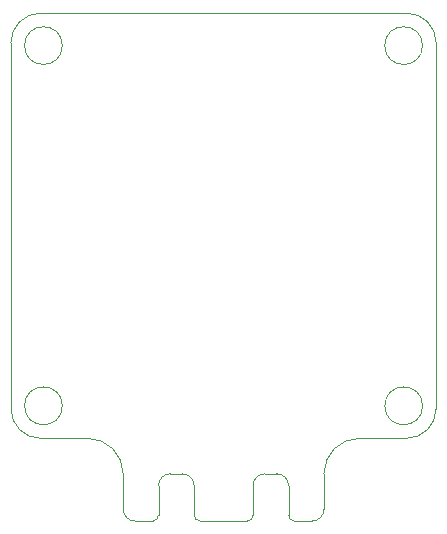
<source format=gbr>
%TF.GenerationSoftware,KiCad,Pcbnew,6.0.11-2627ca5db0~126~ubuntu22.04.1*%
%TF.CreationDate,2023-06-07T19:59:22+02:00*%
%TF.ProjectId,asac-fc-rev-b,61736163-2d66-4632-9d72-65762d622e6b,B*%
%TF.SameCoordinates,Original*%
%TF.FileFunction,Profile,NP*%
%FSLAX46Y46*%
G04 Gerber Fmt 4.6, Leading zero omitted, Abs format (unit mm)*
G04 Created by KiCad (PCBNEW 6.0.11-2627ca5db0~126~ubuntu22.04.1) date 2023-06-07 19:59:22*
%MOMM*%
%LPD*%
G01*
G04 APERTURE LIST*
%TA.AperFunction,Profile*%
%ADD10C,0.050000*%
%TD*%
G04 APERTURE END LIST*
D10*
X121580000Y-139590000D02*
G75*
G03*
X120580000Y-138590000I-1000000J0D01*
G01*
X142080000Y-102090000D02*
G75*
G03*
X139580000Y-99590000I-2500000J0D01*
G01*
X121580000Y-142090000D02*
X121580000Y-139590000D01*
X115580000Y-138590000D02*
G75*
G03*
X112580000Y-135590000I-3000000J0D01*
G01*
X112580000Y-135590000D02*
X108580000Y-135590000D01*
X118080000Y-142590000D02*
X116580000Y-142590000D01*
X120580000Y-138590000D02*
X119580000Y-138590000D01*
X110430000Y-102340000D02*
G75*
G03*
X110430000Y-102340000I-1600000J0D01*
G01*
X108580000Y-99590000D02*
X139580000Y-99590000D01*
X118580000Y-139590000D02*
X118580000Y-142090000D01*
X129580000Y-139590000D02*
X129580000Y-142090000D01*
X126080000Y-142590000D02*
G75*
G03*
X126580000Y-142090000I0J500000D01*
G01*
X115580000Y-141590000D02*
X115580000Y-138590000D01*
X127580000Y-138590000D02*
G75*
G03*
X126580000Y-139590000I0J-1000000D01*
G01*
X110430000Y-132840000D02*
G75*
G03*
X110430000Y-132840000I-1600000J0D01*
G01*
X142080000Y-102090000D02*
X142080000Y-133090000D01*
X106080000Y-133090000D02*
G75*
G03*
X108580000Y-135590000I2500000J0D01*
G01*
X139580000Y-135590000D02*
G75*
G03*
X142080000Y-133090000I0J2500000D01*
G01*
X127580000Y-138590000D02*
X128580000Y-138590000D01*
X140930000Y-102340000D02*
G75*
G03*
X140930000Y-102340000I-1600000J0D01*
G01*
X139580000Y-135590000D02*
X135580000Y-135590000D01*
X115580000Y-141590000D02*
G75*
G03*
X116580000Y-142590000I1000000J0D01*
G01*
X135580000Y-135590000D02*
G75*
G03*
X132580000Y-138590000I0J-3000000D01*
G01*
X129580000Y-139590000D02*
G75*
G03*
X128580000Y-138590000I-1000000J0D01*
G01*
X126580000Y-142090000D02*
X126580000Y-139590000D01*
X126080000Y-142590000D02*
X122080000Y-142590000D01*
X131580000Y-142590000D02*
X130080000Y-142590000D01*
X106080000Y-133090000D02*
X106080000Y-102090000D01*
X119580000Y-138590000D02*
G75*
G03*
X118580000Y-139590000I0J-1000000D01*
G01*
X118080000Y-142590000D02*
G75*
G03*
X118580000Y-142090000I0J500000D01*
G01*
X132580000Y-138590000D02*
X132580000Y-141590000D01*
X121580000Y-142090000D02*
G75*
G03*
X122080000Y-142590000I500000J0D01*
G01*
X131580000Y-142590000D02*
G75*
G03*
X132580000Y-141590000I0J1000000D01*
G01*
X129580000Y-142090000D02*
G75*
G03*
X130080000Y-142590000I500000J0D01*
G01*
X140930000Y-132840000D02*
G75*
G03*
X140930000Y-132840000I-1600000J0D01*
G01*
X108580000Y-99590000D02*
G75*
G03*
X106080000Y-102090000I0J-2500000D01*
G01*
M02*

</source>
